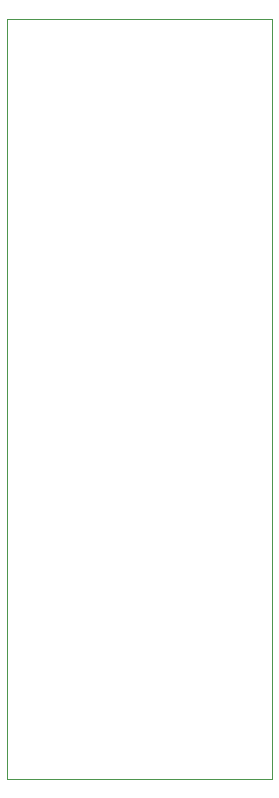
<source format=gbr>
G04 #@! TF.GenerationSoftware,KiCad,Pcbnew,(5.1.2)-1*
G04 #@! TF.CreationDate,2019-12-23T21:44:58-05:00*
G04 #@! TF.ProjectId,C64CPLA,43363443-504c-4412-9e6b-696361645f70,rev?*
G04 #@! TF.SameCoordinates,Original*
G04 #@! TF.FileFunction,Profile,NP*
%FSLAX46Y46*%
G04 Gerber Fmt 4.6, Leading zero omitted, Abs format (unit mm)*
G04 Created by KiCad (PCBNEW (5.1.2)-1) date 2019-12-23 21:44:58*
%MOMM*%
%LPD*%
G04 APERTURE LIST*
%ADD10C,0.050000*%
G04 APERTURE END LIST*
D10*
X92265500Y-107315000D02*
X92265500Y-42989500D01*
X114744500Y-107315000D02*
X92265500Y-107315000D01*
X114744500Y-42989500D02*
X114744500Y-107315000D01*
X92265500Y-42989500D02*
X114744500Y-42989500D01*
M02*

</source>
